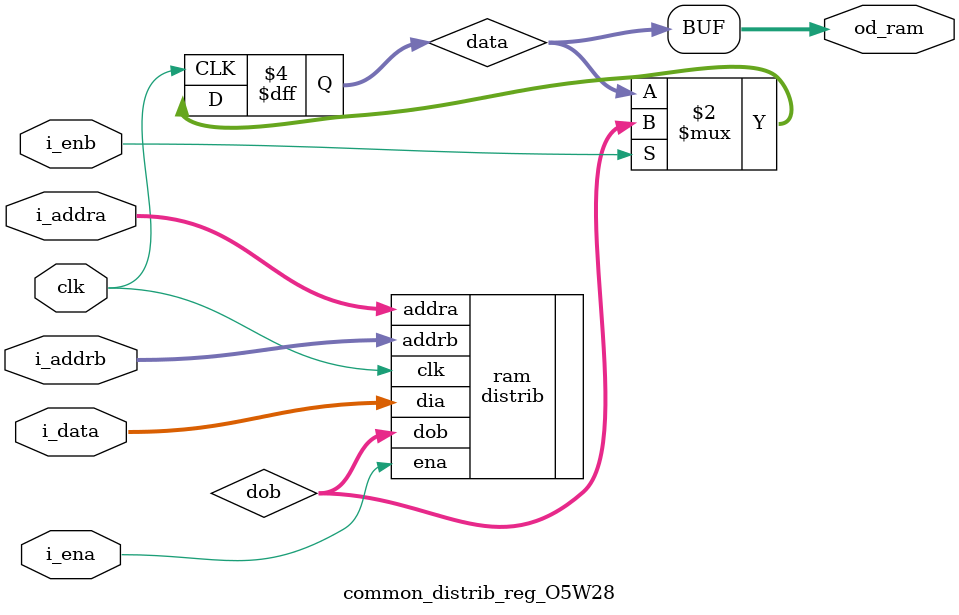
<source format=sv>
`timescale 100ps/100ps

(* keep_hierarchy = "yes" *) module common_distrib_reg_O5W28 (
    input  bit clk,
    input  bit i_ena,
    input  bit [4:0] i_addra,
    input  bit [27:0] i_data,
    input  bit i_enb,
    input  bit [4:0] i_addrb,
    output bit [27:0] od_ram
);


///////////////////////////////////////////////////////////
///////////////////////////////////////////////////////////
bit [27:0] data;
bit [27:0] dob;

distrib #(
    .ORDER               (5),
    .WIDTH               (28))
ram (
    .clk                 (clk),
    .ena                 (i_ena),
    .addra               (i_addra),
    .dia                 (i_data),
    .addrb               (i_addrb),
    .dob                 (dob));


///////////////////////////////////////////////////////////
///////////////////////////////////////////////////////////
always_ff @(posedge clk)
begin
    if (i_enb) begin
        data <= dob;
    end
end
assign od_ram = data;

endmodule
</source>
